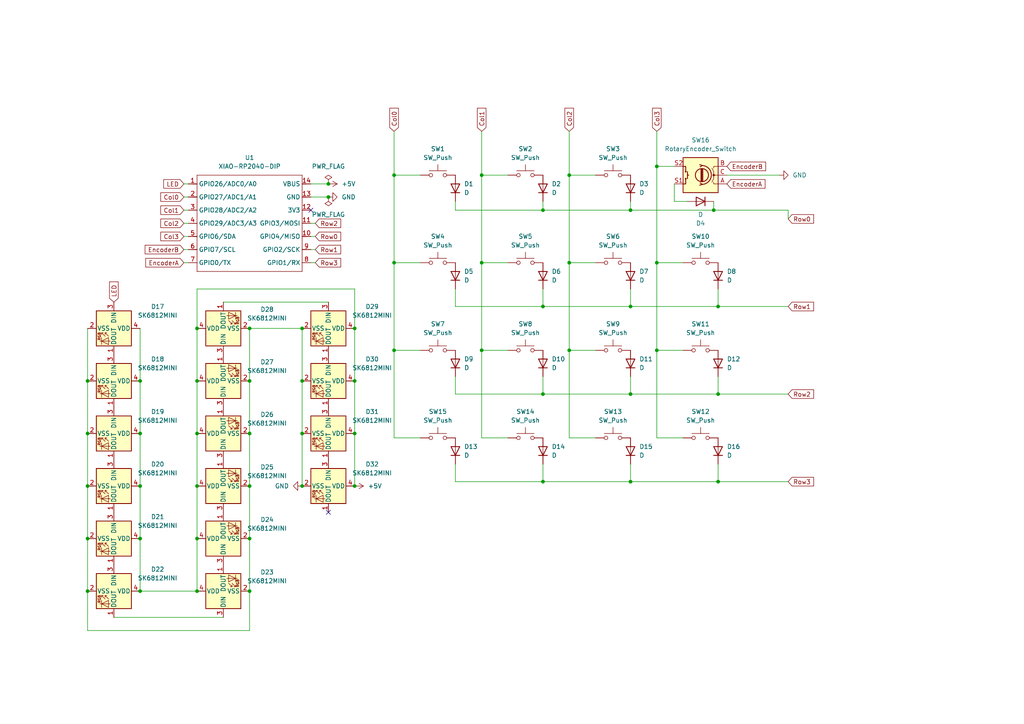
<source format=kicad_sch>
(kicad_sch (version 20231120) (generator "eeschema") (generator_version "8.0")
  (paper "A4")
  (lib_symbols
    (symbol "Device:D" (pin_numbers hide) (pin_names (offset 1.016) hide)
      (property "Reference" "D" (at 0 2.54 0))
      (property "Value" "D" (at 0 -2.54 0))
      (symbol "D_0_1"
        (polyline (pts (xy -1.27 1.27) (xy -1.27 -1.27)) (stroke (width 0.254)))
        (polyline (pts (xy 1.27 0) (xy -1.27 0)))
        (polyline (pts (xy 1.27 1.27) (xy 1.27 -1.27) (xy -1.27 0) (xy 1.27 1.27)) (stroke (width 0.254)))
      )
      (symbol "D_1_1"
        (pin passive line (at -3.81 0 0) (length 2.54) (name "K") (number "1"))
        (pin passive line (at 3.81 0 180) (length 2.54) (name "A") (number "2"))
      )
    )
    (symbol "Device:RotaryEncoder_Switch" (pin_names (offset 0.254) hide)
      (property "Reference" "SW" (at 0 6.604 0))
      (property "Value" "RotaryEncoder_Switch" (at 0 -6.604 0))
      (symbol "RotaryEncoder_Switch_0_1"
        (rectangle (start -5.08 5.08) (end 5.08 -5.08) (stroke (width 0.254)) (fill (type background)))
        (circle (center -3.81 0) (radius 0.254) (fill (type outline)))
        (circle (center -0.381 0) (radius 1.905) (stroke (width 0.254)))
        (arc (start -0.381 2.667) (mid -3.0988 -0.0635) (end -0.381 -2.794) (stroke (width 0.254)))
        (polyline (pts (xy -0.635 -1.778) (xy -0.635 1.778)) (stroke (width 0.254)))
        (polyline (pts (xy -0.381 -1.778) (xy -0.381 1.778)) (stroke (width 0.254)))
        (polyline (pts (xy -0.127 1.778) (xy -0.127 -1.778)) (stroke (width 0.254)))
        (polyline (pts (xy 3.81 0) (xy 3.429 0)) (stroke (width 0.254)))
        (polyline (pts (xy 3.81 1.016) (xy 3.81 -1.016)) (stroke (width 0.254)))
        (polyline (pts (xy -5.08 -2.54) (xy -3.81 -2.54) (xy -3.81 -2.032)))
        (polyline (pts (xy -5.08 2.54) (xy -3.81 2.54) (xy -3.81 2.032)))
        (polyline (pts (xy 0.254 -3.048) (xy -0.508 -2.794) (xy 0.127 -2.413)) (stroke (width 0.254)))
        (polyline (pts (xy 0.254 2.921) (xy -0.508 2.667) (xy 0.127 2.286)) (stroke (width 0.254)))
        (polyline (pts (xy 5.08 -2.54) (xy 4.318 -2.54) (xy 4.318 -1.016)) (stroke (width 0.254)))
        (polyline (pts (xy 5.08 2.54) (xy 4.318 2.54) (xy 4.318 1.016)) (stroke (width 0.254)))
        (polyline (pts (xy -5.08 0) (xy -3.81 0) (xy -3.81 -1.016) (xy -3.302 -2.032)))
        (polyline (pts (xy -4.318 0) (xy -3.81 0) (xy -3.81 1.016) (xy -3.302 2.032)))
        (circle (center 4.318 -1.016) (radius 0.127) (stroke (width 0.254)))
        (circle (center 4.318 1.016) (radius 0.127) (stroke (width 0.254)))
      )
      (symbol "RotaryEncoder_Switch_1_1"
        (pin passive line (at -7.62 2.54 0) (length 2.54) (name "A") (number "A"))
        (pin passive line (at -7.62 -2.54 0) (length 2.54) (name "B") (number "B"))
        (pin passive line (at -7.62 0 0) (length 2.54) (name "C") (number "C"))
        (pin passive line (at 7.62 2.54 180) (length 2.54) (name "S1") (number "S1"))
        (pin passive line (at 7.62 -2.54 180) (length 2.54) (name "S2") (number "S2"))
      )
    )
    (symbol "LED:SK6812MINI" (pin_names (offset 0.254))
      (property "Reference" "D" (at 5.08 5.715 0))
      (property "Value" "SK6812MINI" (at 1.27 -5.715 0))
      (symbol "SK6812MINI_0_0"
        (text "RGB" (at 2.286 -4.191 0) (effects (font (size 0.762 0.762))))
      )
      (symbol "SK6812MINI_0_1"
        (polyline (pts (xy 1.27 -3.556) (xy 1.778 -3.556)))
        (polyline (pts (xy 1.27 -2.54) (xy 1.778 -2.54)))
        (polyline (pts (xy 4.699 -3.556) (xy 2.667 -3.556)))
        (polyline (pts (xy 2.286 -2.54) (xy 1.27 -3.556) (xy 1.27 -3.048)))
        (polyline (pts (xy 2.286 -1.524) (xy 1.27 -2.54) (xy 1.27 -2.032)))
        (polyline (pts (xy 3.683 -1.016) (xy 3.683 -3.556) (xy 3.683 -4.064)))
        (polyline (pts (xy 4.699 -1.524) (xy 2.667 -1.524) (xy 3.683 -3.556) (xy 4.699 -1.524)))
        (rectangle (start 5.08 5.08) (end -5.08 -5.08) (stroke (width 0.254)) (fill (type background)))
      )
      (symbol "SK6812MINI_1_1"
        (pin output line (at 7.62 0 180) (length 2.54) (name "DOUT") (number "1"))
        (pin power_in line (at 0 -7.62 90) (length 2.54) (name "VSS") (number "2"))
        (pin input line (at -7.62 0 0) (length 2.54) (name "DIN") (number "3"))
        (pin power_in line (at 0 7.62 270) (length 2.54) (name "VDD") (number "4"))
      )
    )
    (symbol "Seeed_Studio_XIAO_Series:XIAO-RP2040-DIP"
      (property "Reference" "U" (at 0 0 0))
      (property "Value" "XIAO-RP2040-DIP" (at 5.334 -1.778 0))
      (symbol "XIAO-RP2040-DIP_1_0"
        (polyline (pts (xy -1.27 -30.48) (xy -1.27 -16.51)) (stroke (width 0.1524)))
        (polyline (pts (xy -1.27 -27.94) (xy -2.54 -27.94)) (stroke (width 0.1524)))
        (polyline (pts (xy -1.27 -24.13) (xy -2.54 -24.13)) (stroke (width 0.1524)))
        (polyline (pts (xy -1.27 -20.32) (xy -2.54 -20.32)) (stroke (width 0.1524)))
        (polyline (pts (xy -1.27 -16.51) (xy -2.54 -16.51)) (stroke (width 0.1524)))
        (polyline (pts (xy -1.27 -16.51) (xy -1.27 -12.7)) (stroke (width 0.1524)))
        (polyline (pts (xy -1.27 -12.7) (xy -2.54 -12.7)) (stroke (width 0.1524)))
        (polyline (pts (xy -1.27 -12.7) (xy -1.27 -8.89)) (stroke (width 0.1524)))
        (polyline (pts (xy -1.27 -8.89) (xy -2.54 -8.89)) (stroke (width 0.1524)))
        (polyline (pts (xy -1.27 -8.89) (xy -1.27 -5.08)) (stroke (width 0.1524)))
        (polyline (pts (xy -1.27 -5.08) (xy -2.54 -5.08)) (stroke (width 0.1524)))
        (polyline (pts (xy -1.27 -5.08) (xy -1.27 -2.54)) (stroke (width 0.1524)))
        (polyline (pts (xy -1.27 -2.54) (xy 29.21 -2.54)) (stroke (width 0.1524)))
        (polyline (pts (xy 29.21 -30.48) (xy -1.27 -30.48)) (stroke (width 0.1524)))
        (polyline (pts (xy 29.21 -12.7) (xy 29.21 -30.48)) (stroke (width 0.1524)))
        (polyline (pts (xy 29.21 -8.89) (xy 29.21 -12.7)) (stroke (width 0.1524)))
        (polyline (pts (xy 29.21 -5.08) (xy 29.21 -8.89)) (stroke (width 0.1524)))
        (polyline (pts (xy 29.21 -2.54) (xy 29.21 -5.08)) (stroke (width 0.1524)))
        (polyline (pts (xy 30.48 -27.94) (xy 29.21 -27.94)) (stroke (width 0.1524)))
        (polyline (pts (xy 30.48 -24.13) (xy 29.21 -24.13)) (stroke (width 0.1524)))
        (polyline (pts (xy 30.48 -20.32) (xy 29.21 -20.32)) (stroke (width 0.1524)))
        (polyline (pts (xy 30.48 -16.51) (xy 29.21 -16.51)) (stroke (width 0.1524)))
        (polyline (pts (xy 30.48 -12.7) (xy 29.21 -12.7)) (stroke (width 0.1524)))
        (polyline (pts (xy 30.48 -8.89) (xy 29.21 -8.89)) (stroke (width 0.1524)))
        (polyline (pts (xy 30.48 -5.08) (xy 29.21 -5.08)) (stroke (width 0.1524)))
        (pin passive line (at -3.81 -5.08 0) (length 2.54) (name "GPIO26/ADC0/A0") (number "1"))
        (pin passive line (at 31.75 -20.32 180) (length 2.54) (name "GPIO4/MISO") (number "10"))
        (pin passive line (at 31.75 -16.51 180) (length 2.54) (name "GPIO3/MOSI") (number "11"))
        (pin passive line (at 31.75 -12.7 180) (length 2.54) (name "3V3") (number "12"))
        (pin passive line (at 31.75 -8.89 180) (length 2.54) (name "GND") (number "13"))
        (pin passive line (at 31.75 -5.08 180) (length 2.54) (name "VBUS") (number "14"))
        (pin passive line (at -3.81 -8.89 0) (length 2.54) (name "GPIO27/ADC1/A1") (number "2"))
        (pin passive line (at -3.81 -12.7 0) (length 2.54) (name "GPIO28/ADC2/A2") (number "3"))
        (pin passive line (at -3.81 -16.51 0) (length 2.54) (name "GPIO29/ADC3/A3") (number "4"))
        (pin passive line (at -3.81 -20.32 0) (length 2.54) (name "GPIO6/SDA") (number "5"))
        (pin passive line (at -3.81 -24.13 0) (length 2.54) (name "GPIO7/SCL") (number "6"))
        (pin passive line (at -3.81 -27.94 0) (length 2.54) (name "GPIO0/TX") (number "7"))
        (pin passive line (at 31.75 -27.94 180) (length 2.54) (name "GPIO1/RX") (number "8"))
        (pin passive line (at 31.75 -24.13 180) (length 2.54) (name "GPIO2/SCK") (number "9"))
      )
    )
    (symbol "Switch:SW_Push" (pin_numbers hide) (pin_names (offset 1.016) hide)
      (property "Reference" "SW" (at 1.27 2.54 0))
      (property "Value" "SW_Push" (at 0 -1.524 0))
      (symbol "SW_Push_0_1"
        (circle (center -2.032 0) (radius 0.508))
        (polyline (pts (xy 0 1.27) (xy 0 3.048)))
        (polyline (pts (xy 2.54 1.27) (xy -2.54 1.27)))
        (circle (center 2.032 0) (radius 0.508))
        (pin passive line (at -5.08 0 0) (length 2.54) (name "1") (number "1"))
        (pin passive line (at 5.08 0 180) (length 2.54) (name "2") (number "2"))
      )
    )
    (symbol "power:+5V" (power) (pin_numbers hide) (pin_names (offset 0) hide)
      (property "Value" "+5V" (at 0 3.556 0))
      (symbol "+5V_0_1"
        (polyline (pts (xy -0.762 1.27) (xy 0 2.54)))
        (polyline (pts (xy 0 0) (xy 0 2.54)))
        (polyline (pts (xy 0 2.54) (xy 0.762 1.27)))
      )
      (symbol "+5V_1_1"
        (pin power_in line (at 0 0 90) (length 0) (name "~") (number "1"))
      )
    )
    (symbol "power:GND" (power) (pin_numbers hide) (pin_names (offset 0) hide)
      (property "Value" "GND" (at 0 -3.81 0))
      (symbol "GND_0_1"
        (polyline (pts (xy 0 0) (xy 0 -1.27) (xy 1.27 -1.27) (xy 0 -2.54) (xy -1.27 -1.27) (xy 0 -1.27)))
      )
      (symbol "GND_1_1"
        (pin power_in line (at 0 0 270) (length 0) (name "~") (number "1"))
      )
    )
    (symbol "power:PWR_FLAG" (power) (pin_numbers hide) (pin_names (offset 0) hide)
      (property "Value" "PWR_FLAG" (at 0 3.81 0))
      (symbol "PWR_FLAG_0_0"
        (pin power_out line (at 0 0 90) (length 0) (name "~") (number "1"))
      )
      (symbol "PWR_FLAG_0_1"
        (polyline (pts (xy 0 0) (xy 0 1.27) (xy -1.016 1.905) (xy 0 2.54) (xy 1.016 1.905) (xy 0 1.27)))
      )
    )
  )
  (junction (at 190.5 76.2))
  (junction (at 139.7 101.6))
  (junction (at 72.39 95.25))
  (junction (at 114.3 101.6))
  (junction (at 157.48 88.9))
  (junction (at 190.5 101.6))
  (junction (at 25.4 125.73))
  (junction (at 57.15 95.25))
  (junction (at 57.15 125.73))
  (junction (at 57.15 140.97))
  (junction (at 57.15 110.49))
  (junction (at 72.39 110.49))
  (junction (at 190.5 48.26))
  (junction (at 40.64 140.97))
  (junction (at 102.87 140.97))
  (junction (at 40.64 110.49))
  (junction (at 157.48 60.96))
  (junction (at 114.3 50.8))
  (junction (at 208.28 88.9))
  (junction (at 165.1 50.8))
  (junction (at 25.4 171.45))
  (junction (at 25.4 110.49))
  (junction (at 40.64 171.45))
  (junction (at 182.88 114.3))
  (junction (at 87.63 110.49))
  (junction (at 25.4 156.21))
  (junction (at 165.1 76.2))
  (junction (at 208.28 114.3))
  (junction (at 139.7 50.8))
  (junction (at 102.87 110.49))
  (junction (at 165.1 101.6))
  (junction (at 157.48 139.7))
  (junction (at 182.88 60.96))
  (junction (at 95.25 53.34))
  (junction (at 40.64 125.73))
  (junction (at 57.15 171.45))
  (junction (at 182.88 139.7))
  (junction (at 72.39 156.21))
  (junction (at 102.87 95.25))
  (junction (at 87.63 95.25))
  (junction (at 207.01 60.96))
  (junction (at 114.3 76.2))
  (junction (at 182.88 88.9))
  (junction (at 87.63 125.73))
  (junction (at 72.39 125.73))
  (junction (at 95.25 57.15))
  (junction (at 139.7 76.2))
  (junction (at 157.48 114.3))
  (junction (at 72.39 171.45))
  (junction (at 208.28 139.7))
  (junction (at 25.4 140.97))
  (junction (at 57.15 156.21))
  (junction (at 102.87 125.73))
  (junction (at 87.63 140.97))
  (junction (at 40.64 156.21))
  (junction (at 72.39 140.97))
  (no_connect (at 90.17 60.96))
  (no_connect (at 95.25 148.59))
  (wire (pts (xy 207.01 58.42) (xy 207.01 60.96)))
  (wire (pts (xy 72.39 171.45) (xy 72.39 156.21)))
  (wire (pts (xy 90.17 76.2) (xy 91.44 76.2)))
  (wire (pts (xy 25.4 182.88) (xy 72.39 182.88)))
  (wire (pts (xy 114.3 50.8) (xy 121.92 50.8)))
  (wire (pts (xy 182.88 109.22) (xy 182.88 114.3)))
  (wire (pts (xy 72.39 140.97) (xy 72.39 125.73)))
  (wire (pts (xy 139.7 101.6) (xy 147.32 101.6)))
  (wire (pts (xy 25.4 95.25) (xy 25.4 110.49)))
  (wire (pts (xy 139.7 76.2) (xy 147.32 76.2)))
  (wire (pts (xy 102.87 125.73) (xy 102.87 140.97)))
  (wire (pts (xy 132.08 58.42) (xy 132.08 60.96)))
  (wire (pts (xy 57.15 125.73) (xy 57.15 140.97)))
  (wire (pts (xy 90.17 64.77) (xy 91.44 64.77)))
  (wire (pts (xy 190.5 101.6) (xy 198.12 101.6)))
  (wire (pts (xy 190.5 48.26) (xy 195.58 48.26)))
  (wire (pts (xy 165.1 50.8) (xy 165.1 76.2)))
  (wire (pts (xy 157.48 114.3) (xy 182.88 114.3)))
  (wire (pts (xy 25.4 156.21) (xy 25.4 171.45)))
  (wire (pts (xy 53.34 76.2) (xy 54.61 76.2)))
  (wire (pts (xy 190.5 38.1) (xy 190.5 48.26)))
  (wire (pts (xy 190.5 76.2) (xy 190.5 101.6)))
  (wire (pts (xy 190.5 101.6) (xy 190.5 127)))
  (wire (pts (xy 114.3 76.2) (xy 121.92 76.2)))
  (wire (pts (xy 72.39 125.73) (xy 72.39 110.49)))
  (wire (pts (xy 53.34 72.39) (xy 54.61 72.39)))
  (wire (pts (xy 53.34 53.34) (xy 54.61 53.34)))
  (wire (pts (xy 25.4 140.97) (xy 25.4 156.21)))
  (wire (pts (xy 102.87 110.49) (xy 102.87 125.73)))
  (wire (pts (xy 195.58 53.34) (xy 195.58 58.42)))
  (wire (pts (xy 208.28 88.9) (xy 228.6 88.9)))
  (wire (pts (xy 72.39 95.25) (xy 87.63 95.25)))
  (wire (pts (xy 132.08 114.3) (xy 157.48 114.3)))
  (wire (pts (xy 40.64 156.21) (xy 40.64 171.45)))
  (wire (pts (xy 208.28 114.3) (xy 228.6 114.3)))
  (wire (pts (xy 208.28 83.82) (xy 208.28 88.9)))
  (wire (pts (xy 182.88 88.9) (xy 208.28 88.9)))
  (wire (pts (xy 72.39 156.21) (xy 72.39 140.97)))
  (wire (pts (xy 139.7 76.2) (xy 139.7 101.6)))
  (wire (pts (xy 132.08 134.62) (xy 132.08 139.7)))
  (wire (pts (xy 40.64 125.73) (xy 40.64 140.97)))
  (wire (pts (xy 90.17 68.58) (xy 91.44 68.58)))
  (wire (pts (xy 53.34 68.58) (xy 54.61 68.58)))
  (wire (pts (xy 190.5 48.26) (xy 190.5 76.2)))
  (wire (pts (xy 165.1 101.6) (xy 165.1 127)))
  (wire (pts (xy 114.3 101.6) (xy 121.92 101.6)))
  (wire (pts (xy 25.4 110.49) (xy 25.4 125.73)))
  (wire (pts (xy 157.48 134.62) (xy 157.48 139.7)))
  (wire (pts (xy 114.3 38.1) (xy 114.3 50.8)))
  (wire (pts (xy 182.88 114.3) (xy 208.28 114.3)))
  (wire (pts (xy 114.3 127) (xy 121.92 127)))
  (wire (pts (xy 157.48 88.9) (xy 182.88 88.9)))
  (wire (pts (xy 132.08 60.96) (xy 157.48 60.96)))
  (wire (pts (xy 87.63 125.73) (xy 87.63 140.97)))
  (wire (pts (xy 182.88 139.7) (xy 208.28 139.7)))
  (wire (pts (xy 90.17 53.34) (xy 95.25 53.34)))
  (wire (pts (xy 228.6 60.96) (xy 228.6 63.5)))
  (wire (pts (xy 25.4 171.45) (xy 25.4 182.88)))
  (wire (pts (xy 40.64 95.25) (xy 40.64 110.49)))
  (wire (pts (xy 40.64 140.97) (xy 40.64 156.21)))
  (wire (pts (xy 157.48 83.82) (xy 157.48 88.9)))
  (wire (pts (xy 53.34 57.15) (xy 54.61 57.15)))
  (wire (pts (xy 57.15 95.25) (xy 57.15 110.49)))
  (wire (pts (xy 139.7 50.8) (xy 139.7 76.2)))
  (wire (pts (xy 157.48 109.22) (xy 157.48 114.3)))
  (wire (pts (xy 190.5 76.2) (xy 198.12 76.2)))
  (wire (pts (xy 182.88 58.42) (xy 182.88 60.96)))
  (wire (pts (xy 182.88 83.82) (xy 182.88 88.9)))
  (wire (pts (xy 40.64 171.45) (xy 57.15 171.45)))
  (wire (pts (xy 57.15 156.21) (xy 57.15 171.45)))
  (wire (pts (xy 165.1 101.6) (xy 172.72 101.6)))
  (wire (pts (xy 165.1 50.8) (xy 172.72 50.8)))
  (wire (pts (xy 157.48 58.42) (xy 157.48 60.96)))
  (wire (pts (xy 132.08 83.82) (xy 132.08 88.9)))
  (wire (pts (xy 90.17 57.15) (xy 95.25 57.15)))
  (wire (pts (xy 157.48 60.96) (xy 182.88 60.96)))
  (wire (pts (xy 72.39 182.88) (xy 72.39 171.45)))
  (wire (pts (xy 139.7 127) (xy 147.32 127)))
  (wire (pts (xy 25.4 125.73) (xy 25.4 140.97)))
  (wire (pts (xy 57.15 140.97) (xy 57.15 156.21)))
  (wire (pts (xy 64.77 87.63) (xy 95.25 87.63)))
  (wire (pts (xy 182.88 134.62) (xy 182.88 139.7)))
  (wire (pts (xy 132.08 109.22) (xy 132.08 114.3)))
  (wire (pts (xy 90.17 72.39) (xy 91.44 72.39)))
  (wire (pts (xy 208.28 139.7) (xy 228.6 139.7)))
  (wire (pts (xy 165.1 76.2) (xy 165.1 101.6)))
  (wire (pts (xy 53.34 64.77) (xy 54.61 64.77)))
  (wire (pts (xy 139.7 101.6) (xy 139.7 127)))
  (wire (pts (xy 208.28 134.62) (xy 208.28 139.7)))
  (wire (pts (xy 210.82 50.8) (xy 226.06 50.8)))
  (wire (pts (xy 139.7 38.1) (xy 139.7 50.8)))
  (wire (pts (xy 165.1 127) (xy 172.72 127)))
  (wire (pts (xy 190.5 127) (xy 198.12 127)))
  (wire (pts (xy 165.1 38.1) (xy 165.1 50.8)))
  (wire (pts (xy 207.01 60.96) (xy 228.6 60.96)))
  (wire (pts (xy 72.39 110.49) (xy 72.39 95.25)))
  (wire (pts (xy 195.58 58.42) (xy 199.39 58.42)))
  (wire (pts (xy 40.64 110.49) (xy 40.64 125.73)))
  (wire (pts (xy 33.02 179.07) (xy 64.77 179.07)))
  (wire (pts (xy 208.28 109.22) (xy 208.28 114.3)))
  (wire (pts (xy 87.63 110.49) (xy 87.63 125.73)))
  (wire (pts (xy 57.15 83.82) (xy 102.87 83.82)))
  (wire (pts (xy 53.34 60.96) (xy 54.61 60.96)))
  (wire (pts (xy 57.15 110.49) (xy 57.15 125.73)))
  (wire (pts (xy 165.1 76.2) (xy 172.72 76.2)))
  (wire (pts (xy 132.08 88.9) (xy 157.48 88.9)))
  (wire (pts (xy 182.88 60.96) (xy 207.01 60.96)))
  (wire (pts (xy 114.3 50.8) (xy 114.3 76.2)))
  (wire (pts (xy 114.3 101.6) (xy 114.3 127)))
  (wire (pts (xy 87.63 95.25) (xy 87.63 110.49)))
  (wire (pts (xy 114.3 76.2) (xy 114.3 101.6)))
  (wire (pts (xy 57.15 95.25) (xy 57.15 83.82)))
  (wire (pts (xy 132.08 139.7) (xy 157.48 139.7)))
  (wire (pts (xy 102.87 83.82) (xy 102.87 95.25)))
  (wire (pts (xy 157.48 139.7) (xy 182.88 139.7)))
  (wire (pts (xy 102.87 95.25) (xy 102.87 110.49)))
  (wire (pts (xy 139.7 50.8) (xy 147.32 50.8)))
  (global_label "Col2" (shape input) (at 165.1 38.1 90) (property "Intersheetrefs" "${INTERSHEET_REFS}" (effects (hide yes))))
  (global_label "Row1" (shape input) (at 91.44 72.39 0) (property "Intersheetrefs" "${INTERSHEET_REFS}" (effects (hide yes))))
  (global_label "EncoderA" (shape input) (at 210.82 53.34 0) (property "Intersheetrefs" "${INTERSHEET_REFS}" (effects (hide yes))))
  (global_label "Row2" (shape input) (at 228.6 114.3 0) (property "Intersheetrefs" "${INTERSHEET_REFS}" (effects (hide yes))))
  (global_label "EncoderB" (shape input) (at 53.34 72.39 180) (property "Intersheetrefs" "${INTERSHEET_REFS}" (effects (hide yes))))
  (global_label "Col2" (shape input) (at 53.34 64.77 180) (property "Intersheetrefs" "${INTERSHEET_REFS}" (effects (hide yes))))
  (global_label "Col1" (shape input) (at 139.7 38.1 90) (property "Intersheetrefs" "${INTERSHEET_REFS}" (effects (hide yes))))
  (global_label "Col1" (shape input) (at 53.34 60.96 180) (property "Intersheetrefs" "${INTERSHEET_REFS}" (effects (hide yes))))
  (global_label "Row0" (shape input) (at 228.6 63.5 0) (property "Intersheetrefs" "${INTERSHEET_REFS}" (effects (hide yes))))
  (global_label "Col0" (shape input) (at 53.34 57.15 180) (property "Intersheetrefs" "${INTERSHEET_REFS}" (effects (hide yes))))
  (global_label "LED" (shape input) (at 33.02 87.63 90) (property "Intersheetrefs" "${INTERSHEET_REFS}" (effects (hide yes))))
  (global_label "Col3" (shape input) (at 190.5 38.1 90) (property "Intersheetrefs" "${INTERSHEET_REFS}" (effects (hide yes))))
  (global_label "EncoderA" (shape input) (at 53.34 76.2 180) (property "Intersheetrefs" "${INTERSHEET_REFS}" (effects (hide yes))))
  (global_label "Row0" (shape input) (at 91.44 68.58 0) (property "Intersheetrefs" "${INTERSHEET_REFS}" (effects (hide yes))))
  (global_label "Row1" (shape input) (at 228.6 88.9 0) (property "Intersheetrefs" "${INTERSHEET_REFS}" (effects (hide yes))))
  (global_label "Col0" (shape input) (at 114.3 38.1 90) (property "Intersheetrefs" "${INTERSHEET_REFS}" (effects (hide yes))))
  (global_label "Row3" (shape input) (at 228.6 139.7 0) (property "Intersheetrefs" "${INTERSHEET_REFS}" (effects (hide yes))))
  (global_label "Row2" (shape input) (at 91.44 64.77 0) (property "Intersheetrefs" "${INTERSHEET_REFS}" (effects (hide yes))))
  (global_label "LED" (shape input) (at 53.34 53.34 180) (property "Intersheetrefs" "${INTERSHEET_REFS}" (effects (hide yes))))
  (global_label "EncoderB" (shape input) (at 210.82 48.26 0) (property "Intersheetrefs" "${INTERSHEET_REFS}" (effects (hide yes))))
  (global_label "Row3" (shape input) (at 91.44 76.2 0) (property "Intersheetrefs" "${INTERSHEET_REFS}" (effects (hide yes))))
  (global_label "Col3" (shape input) (at 53.34 68.58 180) (property "Intersheetrefs" "${INTERSHEET_REFS}" (effects (hide yes))))
  (symbol (lib_id "Switch:SW_Push") (at 203.2 101.6 0) (unit 1)
    (property "Reference" "SW11" (at 203.2 93.98 0))
    (property "Value" "SW_Push" (at 203.2 96.52 0))
    (property "Footprint" "hackpad:SW_Cherry_MX_1.00u_PCB" (effects (hide yes)))
    (property "Description" "Push button switch, generic, two pins" (effects (hide yes)))
  )
  (symbol (lib_id "LED:SK6812MINI") (at 33.02 156.21 270) (unit 1)
    (property "Reference" "D21" (at 45.72 149.8914 90))
    (property "Value" "SK6812MINI" (at 45.72 152.4314 90))
    (property "Footprint" "hackpad:LED_SK6812MINI_PLCC4_3.5x3.5mm_P1.75mm" (effects (hide yes)))
    (property "Datasheet" "https://cdn-shop.adafruit.com/product-files/2686/SK6812MINI_REV.01-1-2.pdf" (effects (hide yes)))
    (property "Description" "RGB LED with integrated controller" (effects (hide yes)))
  )
  (symbol (lib_id "LED:SK6812MINI") (at 33.02 95.25 270) (unit 1)
    (property "Reference" "D17" (at 45.72 88.9314 90))
    (property "Value" "SK6812MINI" (at 45.72 91.4714 90))
    (property "Footprint" "hackpad:LED_SK6812MINI_PLCC4_3.5x3.5mm_P1.75mm" (effects (hide yes)))
    (property "Datasheet" "https://cdn-shop.adafruit.com/product-files/2686/SK6812MINI_REV.01-1-2.pdf" (effects (hide yes)))
    (property "Description" "RGB LED with integrated controller" (effects (hide yes)))
  )
  (symbol (lib_id "Device:D") (at 132.08 54.61 90) (unit 1)
    (property "Reference" "D1" (at 134.62 53.3399 90) (effects (justify right)))
    (property "Value" "D" (at 134.62 55.8799 90) (effects (justify right)))
    (property "Footprint" "hackpad:DIODE-1N4148" (effects (hide yes)))
    (property "Description" "Diode" (effects (hide yes)))
    (property "Sim.Device" "D" (effects (hide yes)))
    (property "Sim.Pins" "1=K 2=A" (effects (hide yes)))
  )
  (symbol (lib_id "Switch:SW_Push") (at 127 127 0) (unit 1)
    (property "Reference" "SW15" (at 127 119.38 0))
    (property "Value" "SW_Push" (at 127 121.92 0))
    (property "Footprint" "hackpad:SW_Cherry_MX_1.00u_PCB" (effects (hide yes)))
    (property "Description" "Push button switch, generic, two pins" (effects (hide yes)))
  )
  (symbol (lib_id "Device:D") (at 132.08 105.41 90) (unit 1)
    (property "Reference" "D9" (at 134.62 104.1399 90) (effects (justify right)))
    (property "Value" "D" (at 134.62 106.6799 90) (effects (justify right)))
    (property "Footprint" "hackpad:DIODE-1N4148" (effects (hide yes)))
    (property "Description" "Diode" (effects (hide yes)))
    (property "Sim.Device" "D" (effects (hide yes)))
    (property "Sim.Pins" "1=K 2=A" (effects (hide yes)))
  )
  (symbol (lib_id "LED:SK6812MINI") (at 64.77 110.49 90) (unit 1)
    (property "Reference" "D27" (at 77.47 104.9938 90))
    (property "Value" "SK6812MINI" (at 77.47 107.5338 90))
    (property "Footprint" "hackpad:LED_SK6812MINI_PLCC4_3.5x3.5mm_P1.75mm" (effects (hide yes)))
    (property "Datasheet" "https://cdn-shop.adafruit.com/product-files/2686/SK6812MINI_REV.01-1-2.pdf" (effects (hide yes)))
    (property "Description" "RGB LED with integrated controller" (effects (hide yes)))
  )
  (symbol (lib_id "Device:D") (at 208.28 80.01 90) (unit 1)
    (property "Reference" "D8" (at 210.82 78.7399 90) (effects (justify right)))
    (property "Value" "D" (at 210.82 81.2799 90) (effects (justify right)))
    (property "Footprint" "hackpad:DIODE-1N4148" (effects (hide yes)))
    (property "Description" "Diode" (effects (hide yes)))
    (property "Sim.Device" "D" (effects (hide yes)))
    (property "Sim.Pins" "1=K 2=A" (effects (hide yes)))
  )
  (symbol (lib_id "power:+5V") (at 102.87 140.97 270) (unit 1)
    (property "Reference" "#PWR04" (effects (hide yes)))
    (property "Value" "+5V" (at 106.68 140.9699 90) (effects (justify left)))
    (property "Description" "Power symbol creates a global label with name \"+5V\"" (effects (hide yes)))
  )
  (symbol (lib_id "Switch:SW_Push") (at 152.4 101.6 0) (unit 1)
    (property "Reference" "SW8" (at 152.4 93.98 0))
    (property "Value" "SW_Push" (at 152.4 96.52 0))
    (property "Footprint" "hackpad:SW_Cherry_MX_1.00u_PCB" (effects (hide yes)))
    (property "Description" "Push button switch, generic, two pins" (effects (hide yes)))
  )
  (symbol (lib_id "power:+5V") (at 95.25 53.34 270) (unit 1)
    (property "Reference" "#PWR02" (effects (hide yes)))
    (property "Value" "+5V" (at 99.06 53.3399 90) (effects (justify left)))
    (property "Description" "Power symbol creates a global label with name \"+5V\"" (effects (hide yes)))
  )
  (symbol (lib_id "Device:D") (at 132.08 80.01 90) (unit 1)
    (property "Reference" "D5" (at 134.62 78.7399 90) (effects (justify right)))
    (property "Value" "D" (at 134.62 81.2799 90) (effects (justify right)))
    (property "Footprint" "hackpad:DIODE-1N4148" (effects (hide yes)))
    (property "Description" "Diode" (effects (hide yes)))
    (property "Sim.Device" "D" (effects (hide yes)))
    (property "Sim.Pins" "1=K 2=A" (effects (hide yes)))
  )
  (symbol (lib_id "Switch:SW_Push") (at 127 50.8 0) (unit 1)
    (property "Reference" "SW1" (at 127 43.18 0))
    (property "Value" "SW_Push" (at 127 45.72 0))
    (property "Footprint" "hackpad:SW_Cherry_MX_1.00u_PCB" (effects (hide yes)))
    (property "Description" "Push button switch, generic, two pins" (effects (hide yes)))
  )
  (symbol (lib_id "Switch:SW_Push") (at 177.8 101.6 0) (unit 1)
    (property "Reference" "SW9" (at 177.8 93.98 0))
    (property "Value" "SW_Push" (at 177.8 96.52 0))
    (property "Footprint" "hackpad:SW_Cherry_MX_1.00u_PCB" (effects (hide yes)))
    (property "Description" "Push button switch, generic, two pins" (effects (hide yes)))
  )
  (symbol (lib_id "Switch:SW_Push") (at 152.4 50.8 0) (unit 1)
    (property "Reference" "SW2" (at 152.4 43.18 0))
    (property "Value" "SW_Push" (at 152.4 45.72 0))
    (property "Footprint" "hackpad:SW_Cherry_MX_1.00u_PCB" (effects (hide yes)))
    (property "Description" "Push button switch, generic, two pins" (effects (hide yes)))
  )
  (symbol (lib_id "LED:SK6812MINI") (at 64.77 171.45 90) (unit 1)
    (property "Reference" "D23" (at 77.47 165.9538 90))
    (property "Value" "SK6812MINI" (at 77.47 168.4938 90))
    (property "Footprint" "hackpad:LED_SK6812MINI_PLCC4_3.5x3.5mm_P1.75mm" (effects (hide yes)))
    (property "Datasheet" "https://cdn-shop.adafruit.com/product-files/2686/SK6812MINI_REV.01-1-2.pdf" (effects (hide yes)))
    (property "Description" "RGB LED with integrated controller" (effects (hide yes)))
  )
  (symbol (lib_id "Device:D") (at 182.88 80.01 90) (unit 1)
    (property "Reference" "D7" (at 185.42 78.7399 90) (effects (justify right)))
    (property "Value" "D" (at 185.42 81.2799 90) (effects (justify right)))
    (property "Footprint" "hackpad:DIODE-1N4148" (effects (hide yes)))
    (property "Description" "Diode" (effects (hide yes)))
    (property "Sim.Device" "D" (effects (hide yes)))
    (property "Sim.Pins" "1=K 2=A" (effects (hide yes)))
  )
  (symbol (lib_id "LED:SK6812MINI") (at 64.77 125.73 90) (unit 1)
    (property "Reference" "D26" (at 77.47 120.2338 90))
    (property "Value" "SK6812MINI" (at 77.47 122.7738 90))
    (property "Footprint" "hackpad:LED_SK6812MINI_PLCC4_3.5x3.5mm_P1.75mm" (effects (hide yes)))
    (property "Datasheet" "https://cdn-shop.adafruit.com/product-files/2686/SK6812MINI_REV.01-1-2.pdf" (effects (hide yes)))
    (property "Description" "RGB LED with integrated controller" (effects (hide yes)))
  )
  (symbol (lib_id "Seeed_Studio_XIAO_Series:XIAO-RP2040-DIP") (at 58.42 48.26 0) (unit 1)
    (property "Reference" "U1" (at 72.39 45.72 0))
    (property "Value" "XIAO-RP2040-DIP" (at 72.39 48.26 0))
    (property "Footprint" "hackpad:XIAO-RP2040-DIP" (effects (hide yes)))
  )
  (symbol (lib_id "LED:SK6812MINI") (at 95.25 125.73 270) (unit 1)
    (property "Reference" "D31" (at 107.95 119.4114 90))
    (property "Value" "SK6812MINI" (at 107.95 121.9514 90))
    (property "Footprint" "hackpad:LED_SK6812MINI_PLCC4_3.5x3.5mm_P1.75mm" (effects (hide yes)))
    (property "Datasheet" "https://cdn-shop.adafruit.com/product-files/2686/SK6812MINI_REV.01-1-2.pdf" (effects (hide yes)))
    (property "Description" "RGB LED with integrated controller" (effects (hide yes)))
  )
  (symbol (lib_id "power:PWR_FLAG") (at 95.25 53.34 0) (unit 1)
    (property "Reference" "#FLG02" (effects (hide yes)))
    (property "Value" "PWR_FLAG" (at 95.25 48.26 0))
    (property "Description" "Special symbol for telling ERC where power comes from" (effects (hide yes)))
  )
  (symbol (lib_id "LED:SK6812MINI") (at 64.77 156.21 90) (unit 1)
    (property "Reference" "D24" (at 77.47 150.7138 90))
    (property "Value" "SK6812MINI" (at 77.47 153.2538 90))
    (property "Footprint" "hackpad:LED_SK6812MINI_PLCC4_3.5x3.5mm_P1.75mm" (effects (hide yes)))
    (property "Datasheet" "https://cdn-shop.adafruit.com/product-files/2686/SK6812MINI_REV.01-1-2.pdf" (effects (hide yes)))
    (property "Description" "RGB LED with integrated controller" (effects (hide yes)))
  )
  (symbol (lib_id "Device:RotaryEncoder_Switch") (at 203.2 50.8 180) (unit 1)
    (property "Reference" "SW16" (at 203.2 40.64 0))
    (property "Value" "RotaryEncoder_Switch" (at 203.2 43.18 0))
    (property "Footprint" "hackpad:RotaryEncoder_Alps_EC11E-Switch_Vertical_H20mm" (effects (hide yes)))
    (property "Description" "Rotary encoder, dual channel, incremental quadrate outputs, with switch" (effects (hide yes)))
  )
  (symbol (lib_id "LED:SK6812MINI") (at 33.02 125.73 270) (unit 1)
    (property "Reference" "D19" (at 45.72 119.4114 90))
    (property "Value" "SK6812MINI" (at 45.72 121.9514 90))
    (property "Footprint" "hackpad:LED_SK6812MINI_PLCC4_3.5x3.5mm_P1.75mm" (effects (hide yes)))
    (property "Datasheet" "https://cdn-shop.adafruit.com/product-files/2686/SK6812MINI_REV.01-1-2.pdf" (effects (hide yes)))
    (property "Description" "RGB LED with integrated controller" (effects (hide yes)))
  )
  (symbol (lib_id "power:GND") (at 95.25 57.15 90) (unit 1)
    (property "Reference" "#PWR01" (effects (hide yes)))
    (property "Value" "GND" (at 99.06 57.1499 90) (effects (justify right)))
    (property "Description" "Power symbol creates a global label with name \"GND\" , ground" (effects (hide yes)))
  )
  (symbol (lib_id "Switch:SW_Push") (at 203.2 76.2 0) (unit 1)
    (property "Reference" "SW10" (at 203.2 68.58 0))
    (property "Value" "SW_Push" (at 203.2 71.12 0))
    (property "Footprint" "hackpad:SW_Cherry_MX_1.00u_PCB" (effects (hide yes)))
    (property "Description" "Push button switch, generic, two pins" (effects (hide yes)))
  )
  (symbol (lib_id "LED:SK6812MINI") (at 64.77 95.25 90) (unit 1)
    (property "Reference" "D28" (at 77.47 89.7538 90))
    (property "Value" "SK6812MINI" (at 77.47 92.2938 90))
    (property "Footprint" "hackpad:LED_SK6812MINI_PLCC4_3.5x3.5mm_P1.75mm" (effects (hide yes)))
    (property "Datasheet" "https://cdn-shop.adafruit.com/product-files/2686/SK6812MINI_REV.01-1-2.pdf" (effects (hide yes)))
    (property "Description" "RGB LED with integrated controller" (effects (hide yes)))
  )
  (symbol (lib_id "Switch:SW_Push") (at 203.2 127 0) (unit 1)
    (property "Reference" "SW12" (at 203.2 119.38 0))
    (property "Value" "SW_Push" (at 203.2 121.92 0))
    (property "Footprint" "hackpad:SW_Cherry_MX_1.00u_PCB" (effects (hide yes)))
    (property "Description" "Push button switch, generic, two pins" (effects (hide yes)))
  )
  (symbol (lib_id "LED:SK6812MINI") (at 33.02 171.45 270) (unit 1)
    (property "Reference" "D22" (at 45.72 165.1314 90))
    (property "Value" "SK6812MINI" (at 45.72 167.6714 90))
    (property "Footprint" "hackpad:LED_SK6812MINI_PLCC4_3.5x3.5mm_P1.75mm" (effects (hide yes)))
    (property "Datasheet" "https://cdn-shop.adafruit.com/product-files/2686/SK6812MINI_REV.01-1-2.pdf" (effects (hide yes)))
    (property "Description" "RGB LED with integrated controller" (effects (hide yes)))
  )
  (symbol (lib_id "power:GND") (at 87.63 140.97 270) (unit 1)
    (property "Reference" "#PWR05" (effects (hide yes)))
    (property "Value" "GND" (at 83.82 140.9699 90) (effects (justify right)))
    (property "Description" "Power symbol creates a global label with name \"GND\" , ground" (effects (hide yes)))
  )
  (symbol (lib_id "LED:SK6812MINI") (at 33.02 140.97 270) (unit 1)
    (property "Reference" "D20" (at 45.72 134.6514 90))
    (property "Value" "SK6812MINI" (at 45.72 137.1914 90))
    (property "Footprint" "hackpad:LED_SK6812MINI_PLCC4_3.5x3.5mm_P1.75mm" (effects (hide yes)))
    (property "Datasheet" "https://cdn-shop.adafruit.com/product-files/2686/SK6812MINI_REV.01-1-2.pdf" (effects (hide yes)))
    (property "Description" "RGB LED with integrated controller" (effects (hide yes)))
  )
  (symbol (lib_id "Device:D") (at 208.28 130.81 90) (unit 1)
    (property "Reference" "D16" (at 210.82 129.5399 90) (effects (justify right)))
    (property "Value" "D" (at 210.82 132.0799 90) (effects (justify right)))
    (property "Footprint" "hackpad:DIODE-1N4148" (effects (hide yes)))
    (property "Description" "Diode" (effects (hide yes)))
    (property "Sim.Device" "D" (effects (hide yes)))
    (property "Sim.Pins" "1=K 2=A" (effects (hide yes)))
  )
  (symbol (lib_id "Switch:SW_Push") (at 177.8 76.2 0) (unit 1)
    (property "Reference" "SW6" (at 177.8 68.58 0))
    (property "Value" "SW_Push" (at 177.8 71.12 0))
    (property "Footprint" "hackpad:SW_Cherry_MX_1.00u_PCB" (effects (hide yes)))
    (property "Description" "Push button switch, generic, two pins" (effects (hide yes)))
  )
  (symbol (lib_id "Device:D") (at 157.48 54.61 90) (unit 1)
    (property "Reference" "D2" (at 160.02 53.3399 90) (effects (justify right)))
    (property "Value" "D" (at 160.02 55.8799 90) (effects (justify right)))
    (property "Footprint" "hackpad:DIODE-1N4148" (effects (hide yes)))
    (property "Description" "Diode" (effects (hide yes)))
    (property "Sim.Device" "D" (effects (hide yes)))
    (property "Sim.Pins" "1=K 2=A" (effects (hide yes)))
  )
  (symbol (lib_id "LED:SK6812MINI") (at 95.25 140.97 270) (unit 1)
    (property "Reference" "D32" (at 107.95 134.6514 90))
    (property "Value" "SK6812MINI" (at 107.95 137.1914 90))
    (property "Footprint" "hackpad:LED_SK6812MINI_PLCC4_3.5x3.5mm_P1.75mm" (effects (hide yes)))
    (property "Datasheet" "https://cdn-shop.adafruit.com/product-files/2686/SK6812MINI_REV.01-1-2.pdf" (effects (hide yes)))
    (property "Description" "RGB LED with integrated controller" (effects (hide yes)))
  )
  (symbol (lib_id "LED:SK6812MINI") (at 64.77 140.97 90) (unit 1)
    (property "Reference" "D25" (at 77.47 135.4738 90))
    (property "Value" "SK6812MINI" (at 77.47 138.0138 90))
    (property "Footprint" "hackpad:LED_SK6812MINI_PLCC4_3.5x3.5mm_P1.75mm" (effects (hide yes)))
    (property "Datasheet" "https://cdn-shop.adafruit.com/product-files/2686/SK6812MINI_REV.01-1-2.pdf" (effects (hide yes)))
    (property "Description" "RGB LED with integrated controller" (effects (hide yes)))
  )
  (symbol (lib_id "Device:D") (at 157.48 130.81 90) (unit 1)
    (property "Reference" "D14" (at 160.02 129.5399 90) (effects (justify right)))
    (property "Value" "D" (at 160.02 132.0799 90) (effects (justify right)))
    (property "Footprint" "hackpad:DIODE-1N4148" (effects (hide yes)))
    (property "Description" "Diode" (effects (hide yes)))
    (property "Sim.Device" "D" (effects (hide yes)))
    (property "Sim.Pins" "1=K 2=A" (effects (hide yes)))
  )
  (symbol (lib_id "Switch:SW_Push") (at 177.8 127 0) (unit 1)
    (property "Reference" "SW13" (at 177.8 119.38 0))
    (property "Value" "SW_Push" (at 177.8 121.92 0))
    (property "Footprint" "hackpad:SW_Cherry_MX_1.00u_PCB" (effects (hide yes)))
    (property "Description" "Push button switch, generic, two pins" (effects (hide yes)))
  )
  (symbol (lib_id "LED:SK6812MINI") (at 33.02 110.49 270) (unit 1)
    (property "Reference" "D18" (at 45.72 104.1714 90))
    (property "Value" "SK6812MINI" (at 45.72 106.7114 90))
    (property "Footprint" "hackpad:LED_SK6812MINI_PLCC4_3.5x3.5mm_P1.75mm" (effects (hide yes)))
    (property "Datasheet" "https://cdn-shop.adafruit.com/product-files/2686/SK6812MINI_REV.01-1-2.pdf" (effects (hide yes)))
    (property "Description" "RGB LED with integrated controller" (effects (hide yes)))
  )
  (symbol (lib_id "LED:SK6812MINI") (at 95.25 95.25 270) (unit 1)
    (property "Reference" "D29" (at 107.95 88.9314 90))
    (property "Value" "SK6812MINI" (at 107.95 91.4714 90))
    (property "Footprint" "hackpad:LED_SK6812MINI_PLCC4_3.5x3.5mm_P1.75mm" (effects (hide yes)))
    (property "Datasheet" "https://cdn-shop.adafruit.com/product-files/2686/SK6812MINI_REV.01-1-2.pdf" (effects (hide yes)))
    (property "Description" "RGB LED with integrated controller" (effects (hide yes)))
  )
  (symbol (lib_id "Device:D") (at 182.88 54.61 90) (unit 1)
    (property "Reference" "D3" (at 185.42 53.3399 90) (effects (justify right)))
    (property "Value" "D" (at 185.42 55.8799 90) (effects (justify right)))
    (property "Footprint" "hackpad:DIODE-1N4148" (effects (hide yes)))
    (property "Description" "Diode" (effects (hide yes)))
    (property "Sim.Device" "D" (effects (hide yes)))
    (property "Sim.Pins" "1=K 2=A" (effects (hide yes)))
  )
  (symbol (lib_id "power:PWR_FLAG") (at 95.25 57.15 180) (unit 1)
    (property "Reference" "#FLG01" (effects (hide yes)))
    (property "Value" "PWR_FLAG" (at 95.25 62.23 0))
    (property "Description" "Special symbol for telling ERC where power comes from" (effects (hide yes)))
  )
  (symbol (lib_id "Device:D") (at 157.48 105.41 90) (unit 1)
    (property "Reference" "D10" (at 160.02 104.1399 90) (effects (justify right)))
    (property "Value" "D" (at 160.02 106.6799 90) (effects (justify right)))
    (property "Footprint" "hackpad:DIODE-1N4148" (effects (hide yes)))
    (property "Description" "Diode" (effects (hide yes)))
    (property "Sim.Device" "D" (effects (hide yes)))
    (property "Sim.Pins" "1=K 2=A" (effects (hide yes)))
  )
  (symbol (lib_id "Switch:SW_Push") (at 152.4 76.2 0) (unit 1)
    (property "Reference" "SW5" (at 152.4 68.58 0))
    (property "Value" "SW_Push" (at 152.4 71.12 0))
    (property "Footprint" "hackpad:SW_Cherry_MX_1.00u_PCB" (effects (hide yes)))
    (property "Description" "Push button switch, generic, two pins" (effects (hide yes)))
  )
  (symbol (lib_id "Device:D") (at 182.88 105.41 90) (unit 1)
    (property "Reference" "D11" (at 185.42 104.1399 90) (effects (justify right)))
    (property "Value" "D" (at 185.42 106.6799 90) (effects (justify right)))
    (property "Footprint" "hackpad:DIODE-1N4148" (effects (hide yes)))
    (property "Description" "Diode" (effects (hide yes)))
    (property "Sim.Device" "D" (effects (hide yes)))
    (property "Sim.Pins" "1=K 2=A" (effects (hide yes)))
  )
  (symbol (lib_id "Device:D") (at 208.28 105.41 90) (unit 1)
    (property "Reference" "D12" (at 210.82 104.1399 90) (effects (justify right)))
    (property "Value" "D" (at 210.82 106.6799 90) (effects (justify right)))
    (property "Footprint" "hackpad:DIODE-1N4148" (effects (hide yes)))
    (property "Description" "Diode" (effects (hide yes)))
    (property "Sim.Device" "D" (effects (hide yes)))
    (property "Sim.Pins" "1=K 2=A" (effects (hide yes)))
  )
  (symbol (lib_id "Switch:SW_Push") (at 127 76.2 0) (unit 1)
    (property "Reference" "SW4" (at 127 68.58 0))
    (property "Value" "SW_Push" (at 127 71.12 0))
    (property "Footprint" "hackpad:SW_Cherry_MX_1.00u_PCB" (effects (hide yes)))
    (property "Description" "Push button switch, generic, two pins" (effects (hide yes)))
  )
  (symbol (lib_id "Device:D") (at 182.88 130.81 90) (unit 1)
    (property "Reference" "D15" (at 185.42 129.5399 90) (effects (justify right)))
    (property "Value" "D" (at 185.42 132.0799 90) (effects (justify right)))
    (property "Footprint" "hackpad:DIODE-1N4148" (effects (hide yes)))
    (property "Description" "Diode" (effects (hide yes)))
    (property "Sim.Device" "D" (effects (hide yes)))
    (property "Sim.Pins" "1=K 2=A" (effects (hide yes)))
  )
  (symbol (lib_id "power:GND") (at 226.06 50.8 90) (unit 1)
    (property "Reference" "#PWR03" (effects (hide yes)))
    (property "Value" "GND" (at 229.87 50.7999 90) (effects (justify right)))
    (property "Description" "Power symbol creates a global label with name \"GND\" , ground" (effects (hide yes)))
  )
  (symbol (lib_id "Switch:SW_Push") (at 177.8 50.8 0) (unit 1)
    (property "Reference" "SW3" (at 177.8 43.18 0))
    (property "Value" "SW_Push" (at 177.8 45.72 0))
    (property "Footprint" "hackpad:SW_Cherry_MX_1.00u_PCB" (effects (hide yes)))
    (property "Description" "Push button switch, generic, two pins" (effects (hide yes)))
  )
  (symbol (lib_id "Switch:SW_Push") (at 127 101.6 0) (unit 1)
    (property "Reference" "SW7" (at 127 93.98 0))
    (property "Value" "SW_Push" (at 127 96.52 0))
    (property "Footprint" "hackpad:SW_Cherry_MX_1.00u_PCB" (effects (hide yes)))
    (property "Description" "Push button switch, generic, two pins" (effects (hide yes)))
  )
  (symbol (lib_id "LED:SK6812MINI") (at 95.25 110.49 270) (unit 1)
    (property "Reference" "D30" (at 107.95 104.1714 90))
    (property "Value" "SK6812MINI" (at 107.95 106.7114 90))
    (property "Footprint" "hackpad:LED_SK6812MINI_PLCC4_3.5x3.5mm_P1.75mm" (effects (hide yes)))
    (property "Datasheet" "https://cdn-shop.adafruit.com/product-files/2686/SK6812MINI_REV.01-1-2.pdf" (effects (hide yes)))
    (property "Description" "RGB LED with integrated controller" (effects (hide yes)))
  )
  (symbol (lib_id "Device:D") (at 203.2 58.42 180) (unit 1)
    (property "Reference" "D4" (at 203.2 64.77 0))
    (property "Value" "D" (at 203.2 62.23 0))
    (property "Footprint" "hackpad:DIODE-1N4148" (effects (hide yes)))
    (property "Description" "Diode" (effects (hide yes)))
    (property "Sim.Device" "D" (effects (hide yes)))
    (property "Sim.Pins" "1=K 2=A" (effects (hide yes)))
  )
  (symbol (lib_id "Device:D") (at 157.48 80.01 90) (unit 1)
    (property "Reference" "D6" (at 160.02 78.7399 90) (effects (justify right)))
    (property "Value" "D" (at 160.02 81.2799 90) (effects (justify right)))
    (property "Footprint" "hackpad:DIODE-1N4148" (effects (hide yes)))
    (property "Description" "Diode" (effects (hide yes)))
    (property "Sim.Device" "D" (effects (hide yes)))
    (property "Sim.Pins" "1=K 2=A" (effects (hide yes)))
  )
  (symbol (lib_id "Switch:SW_Push") (at 152.4 127 0) (unit 1)
    (property "Reference" "SW14" (at 152.4 119.38 0))
    (property "Value" "SW_Push" (at 152.4 121.92 0))
    (property "Footprint" "hackpad:SW_Cherry_MX_1.00u_PCB" (effects (hide yes)))
    (property "Description" "Push button switch, generic, two pins" (effects (hide yes)))
  )
  (symbol (lib_id "Device:D") (at 132.08 130.81 90) (unit 1)
    (property "Reference" "D13" (at 134.62 129.5399 90) (effects (justify right)))
    (property "Value" "D" (at 134.62 132.0799 90) (effects (justify right)))
    (property "Footprint" "hackpad:DIODE-1N4148" (effects (hide yes)))
    (property "Description" "Diode" (effects (hide yes)))
    (property "Sim.Device" "D" (effects (hide yes)))
    (property "Sim.Pins" "1=K 2=A" (effects (hide yes)))
  )
)
</source>
